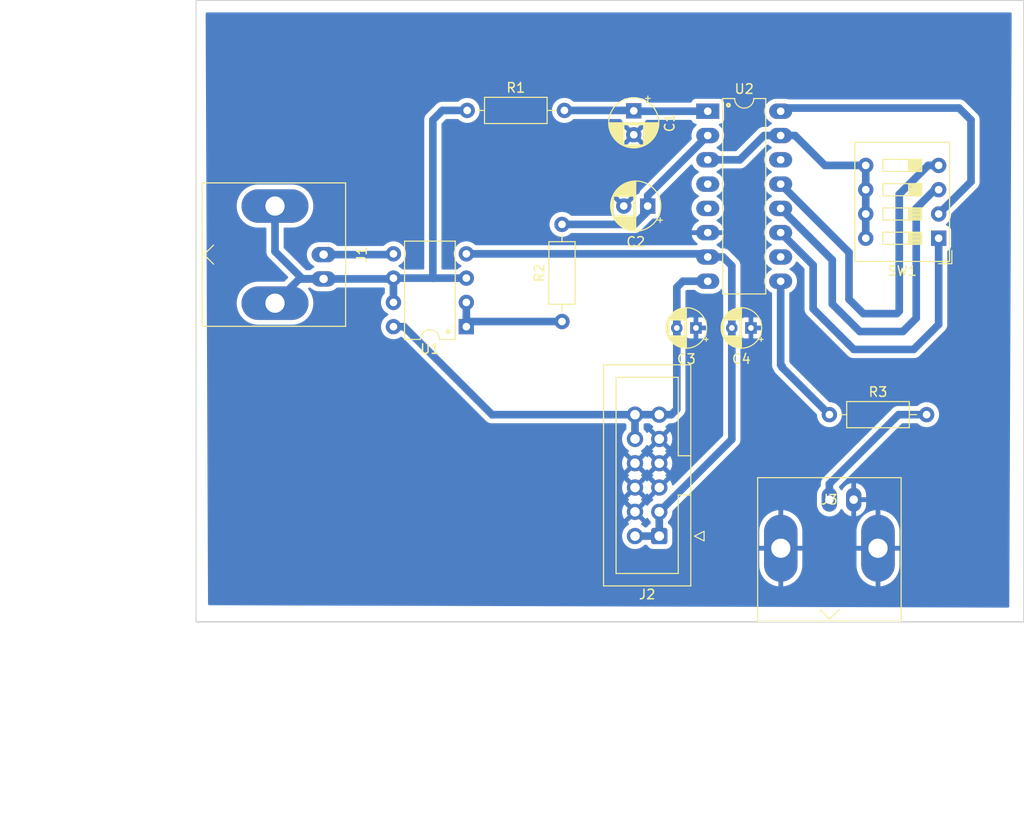
<source format=kicad_pcb>
(kicad_pcb (version 20221018) (generator pcbnew)
  (layers (0 "F.Cu" jumper) (31 "B.Cu" signal) (34 "B.Paste" user) (35 "F.Paste" user) (36 "B.SilkS" user "B.Silkscreen") (37 "F.SilkS" user "F.Silkscreen") (38 "B.Mask" user) (39 "F.Mask" user) (44 "Edge.Cuts" user))
  (net 0 "")
  (net 1 "Net-(U2--)")
  (net 2 "Earth")
  (net 3 "Net-(U2-+)")
  (net 4 "VCC")
  (net 5 "VDD")
  (net 6 "Net-(J1-In)")
  (net 7 "Net-(J1-Ext)")
  (net 8 "Net-(J3-In)")
  (net 9 "Net-(U1A--)")
  (net 10 "Net-(R3-Pad1)")
  (net 13 "Net-(U2-RG)")
  (net 14 "Net-(U2-G=500)")
  (net 15 "Net-(U2-G=100)")
  (net 16 "Net-(U2-G=10)")
  (net 17 "Net-(U2-G=200)")
  (footprint "Resistor_THT:R_Axial_DIN0207_L6.3mm_D2.5mm_P10.16mm_Horizontal" (layer "F.Cu") (at 101.84 52)
    (fp_text reference "R1" (at 5.08 -2.37) (layer "F.SilkS"))
    (fp_text value "R")
    (pad "1" thru_hole circle (at 0 0) (size 1.6 1.6) (drill 0.8) (layers "*.Cu" "*.Mask") (net 7 "Net-(J1-Ext)"))
    (pad "2" thru_hole oval (at 10.16 0) (size 1.6 1.6) (drill 0.8) (layers "*.Cu" "*.Mask") (net 1 "Net-(U2--)"))
  )
  (footprint "Connector_Coaxial:BNC_Amphenol_B6252HB-NPP3G-50_Horizontal" (layer "F.Cu") (at 139.7 92.71 180)
    (fp_text reference "J3" (at 0 0) (layer "F.SilkS"))
    (fp_text value "Conn_Coaxial")
    (pad "1" thru_hole oval (at 0 0 180) (size 1.6 2.5) (drill 0.89) (layers "*.Cu" "*.Mask") (net 8 "Net-(J3-In)"))
    (pad "2" thru_hole oval (at -5.08 -5.08 180) (size 3.5 7) (drill 2.01) (layers "*.Cu" "*.Mask") (net 2 "Earth"))
    (pad "2" thru_hole oval (at -2.54 0 180) (size 1.6 2.5) (drill 0.89) (layers "*.Cu" "*.Mask") (net 2 "Earth"))
    (pad "2" thru_hole oval (at 5.08 -5.08 180) (size 3.5 7) (drill 2.01) (layers "*.Cu" "*.Mask") (net 2 "Earth"))
  )
  (footprint "Connector_IDC:IDC-Header_2x06_P2.54mm_Vertical" (layer "F.Cu") (at 121.92 96.52 180)
    (fp_text reference "J2" (at 1.27 -6.1) (layer "F.SilkS"))
    (fp_text value "Conn_02x06_Counter_Clockwise" hide)
    (pad "1" thru_hole roundrect (at 0 0 180) (size 1.7 1.7) (drill 1) (layers "*.Cu" "*.Mask") (roundrect_rratio 0.1470588235) (net 5 "VDD"))
    (pad "2" thru_hole circle (at 2.54 0 180) (size 1.7 1.7) (drill 1) (layers "*.Cu" "*.Mask") (net 5 "VDD"))
    (pad "3" thru_hole circle (at 0 2.54 180) (size 1.7 1.7) (drill 1) (layers "*.Cu" "*.Mask") (net 5 "VDD"))
    (pad "4" thru_hole circle (at 2.54 2.54 180) (size 1.7 1.7) (drill 1) (layers "*.Cu" "*.Mask") (net 2 "Earth"))
    (pad "5" thru_hole circle (at 0 5.08 180) (size 1.7 1.7) (drill 1) (layers "*.Cu" "*.Mask") (net 2 "Earth"))
    (pad "6" thru_hole circle (at 2.54 5.08 180) (size 1.7 1.7) (drill 1) (layers "*.Cu" "*.Mask") (net 2 "Earth"))
    (pad "7" thru_hole circle (at 0 7.62 180) (size 1.7 1.7) (drill 1) (layers "*.Cu" "*.Mask") (net 2 "Earth"))
    (pad "8" thru_hole circle (at 2.54 7.62 180) (size 1.7 1.7) (drill 1) (layers "*.Cu" "*.Mask") (net 2 "Earth"))
    (pad "9" thru_hole circle (at 0 10.16 180) (size 1.7 1.7) (drill 1) (layers "*.Cu" "*.Mask") (net 2 "Earth"))
    (pad "10" thru_hole circle (at 2.54 10.16 180) (size 1.7 1.7) (drill 1) (layers "*.Cu" "*.Mask") (net 4 "VCC"))
    (pad "11" thru_hole circle (at 0 12.7 180) (size 1.7 1.7) (drill 1) (layers "*.Cu" "*.Mask") (net 4 "VCC"))
    (pad "12" thru_hole circle (at 2.54 12.7 180) (size 1.7 1.7) (drill 1) (layers "*.Cu" "*.Mask") (net 4 "VCC"))
  )
  (footprint "Capacitor_THT:CP_Radial_D4.0mm_P2.00mm" (layer "F.Cu") (at 125.75 74.75 180)
    (fp_text reference "C3" (at 1 -3.25) (layer "F.SilkS"))
    (fp_text value "C")
    (pad "1" thru_hole rect (at 0 0 180) (size 1.2 1.2) (drill 0.6) (layers "*.Cu" "*.Mask") (net 2 "Earth"))
    (pad "2" thru_hole circle (at 2 0 180) (size 1.2 1.2) (drill 0.6) (layers "*.Cu" "*.Mask") (net 4 "VCC"))
  )
  (footprint "Capacitor_THT:CP_Radial_D5.0mm_P2.50mm" (layer "F.Cu") (at 119.25 52.0449 -90)
    (fp_text reference "C1" (at 1.25 -3.75 90) (layer "F.SilkS"))
    (fp_text value "C")
    (pad "1" thru_hole rect (at 0 0 270) (size 1.6 1.6) (drill 0.8) (layers "*.Cu" "*.Mask") (net 1 "Net-(U2--)"))
    (pad "2" thru_hole circle (at 2.5 0 270) (size 1.6 1.6) (drill 0.8) (layers "*.Cu" "*.Mask") (net 2 "Earth"))
  )
  (footprint "Resistor_THT:R_Axial_DIN0207_L6.3mm_D2.5mm_P10.16mm_Horizontal" (layer "F.Cu") (at 139.7 83.82)
    (fp_text reference "R3" (at 5.08 -2.37) (layer "F.SilkS"))
    (fp_text value "R")
    (pad "1" thru_hole circle (at 0 0) (size 1.6 1.6) (drill 0.8) (layers "*.Cu" "*.Mask") (net 10 "Net-(R3-Pad1)"))
    (pad "2" thru_hole oval (at 10.16 0) (size 1.6 1.6) (drill 0.8) (layers "*.Cu" "*.Mask") (net 8 "Net-(J3-In)"))
  )
  (footprint "Connector_Coaxial:BNC_Amphenol_B6252HB-NPP3G-50_Horizontal" (layer "F.Cu") (at 86.83 67.08 90)
    (fp_text reference "J1" (at 0 4 90) (layer "F.SilkS"))
    (fp_text value "Conn_Coaxial")
    (pad "1" thru_hole oval (at 0 0 90) (size 1.6 2.5) (drill 0.89) (layers "*.Cu" "*.Mask") (net 6 "Net-(J1-In)"))
    (pad "2" thru_hole oval (at -5.08 -5.08 90) (size 3.5 7) (drill 2.01) (layers "*.Cu" "*.Mask") (net 7 "Net-(J1-Ext)"))
    (pad "2" thru_hole oval (at -2.54 0 90) (size 1.6 2.5) (drill 0.89) (layers "*.Cu" "*.Mask") (net 7 "Net-(J1-Ext)"))
    (pad "2" thru_hole oval (at 5.08 -5.08 90) (size 3.5 7) (drill 2.01) (layers "*.Cu" "*.Mask") (net 7 "Net-(J1-Ext)"))
  )
  (footprint "Capacitor_THT:CP_Radial_D4.0mm_P2.00mm" (layer "F.Cu") (at 131.5 74.75 180)
    (fp_text reference "C4" (at 1 -3.25) (layer "F.SilkS"))
    (fp_text value "C")
    (pad "1" thru_hole rect (at 0 0 180) (size 1.2 1.2) (drill 0.6) (layers "*.Cu" "*.Mask") (net 2 "Earth"))
    (pad "2" thru_hole circle (at 2 0 180) (size 1.2 1.2) (drill 0.6) (layers "*.Cu" "*.Mask") (net 5 "VDD"))
  )
  (footprint "Package_DIP_AKL:DIP-16_W7.62mm_LongPads" (layer "F.Cu") (at 126.985 52.085)
    (fp_text reference "U2" (at 3.81 -2.33) (layer "F.SilkS"))
    (fp_text value "INA110KP" hide)
    (pad "1" thru_hole rect (at 0 0) (size 2.4 1.6) (drill 0.8) (layers "*.Cu" "*.Mask") (net 1 "Net-(U2--)"))
    (pad "2" thru_hole oval (at 0 2.54) (size 2.4 1.6) (drill 0.8) (layers "*.Cu" "*.Mask") (net 3 "Net-(U2-+)"))
    (pad "3" thru_hole oval (at 0 5.08) (size 2.4 1.6) (drill 0.8) (layers "*.Cu" "*.Mask") (net 13 "Net-(U2-RG)"))
    (pad "4" thru_hole oval (at 0 7.62) (size 2.4 1.6) (drill 0.8) (layers "*.Cu" "*.Mask"))
    (pad "5" thru_hole oval (at 0 10.16) (size 2.4 1.6) (drill 0.8) (layers "*.Cu" "*.Mask"))
    (pad "6" thru_hole oval (at 0 12.7) (size 2.4 1.6) (drill 0.8) (layers "*.Cu" "*.Mask") (net 2 "Earth"))
    (pad "7" thru_hole oval (at 0 15.24) (size 2.4 1.6) (drill 0.8) (layers "*.Cu" "*.Mask") (net 5 "VDD"))
    (pad "8" thru_hole oval (at 0 17.78) (size 2.4 1.6) (drill 0.8) (layers "*.Cu" "*.Mask") (net 4 "VCC"))
    (pad "9" thru_hole oval (at 7.62 17.78) (size 2.4 1.6) (drill 0.8) (layers "*.Cu" "*.Mask") (net 10 "Net-(R3-Pad1)"))
    (pad "10" thru_hole oval (at 7.62 15.24) (size 2.4 1.6) (drill 0.8) (layers "*.Cu" "*.Mask"))
    (pad "11" thru_hole oval (at 7.62 12.7) (size 2.4 1.6) (drill 0.8) (layers "*.Cu" "*.Mask") (net 14 "Net-(U2-G=500)"))
    (pad "12" thru_hole oval (at 7.62 10.16) (size 2.4 1.6) (drill 0.8) (layers "*.Cu" "*.Mask") (net 15 "Net-(U2-G=100)"))
    (pad "13" thru_hole oval (at 7.62 7.62) (size 2.4 1.6) (drill 0.8) (layers "*.Cu" "*.Mask") (net 16 "Net-(U2-G=10)"))
    (pad "14" thru_hole oval (at 7.62 5.08) (size 2.4 1.6) (drill 0.8) (layers "*.Cu" "*.Mask"))
    (pad "15" thru_hole oval (at 7.62 2.54) (size 2.4 1.6) (drill 0.8) (layers "*.Cu" "*.Mask") (net 13 "Net-(U2-RG)"))
    (pad "16" thru_hole oval (at 7.62 0) (size 2.4 1.6) (drill 0.8) (layers "*.Cu" "*.Mask") (net 17 "Net-(U2-G=200)"))
  )
  (footprint "Capacitor_THT:CP_Radial_D5.0mm_P2.50mm" (layer "F.Cu") (at 120.705113 62 180)
    (fp_text reference "C2" (at 1.25 -3.75) (layer "F.SilkS"))
    (fp_text value "C")
    (pad "1" thru_hole rect (at 0 0 180) (size 1.6 1.6) (drill 0.8) (layers "*.Cu" "*.Mask") (net 3 "Net-(U2-+)"))
    (pad "2" thru_hole circle (at 2.5 0 180) (size 1.6 1.6) (drill 0.8) (layers "*.Cu" "*.Mask") (net 2 "Earth"))
  )
  (footprint "Package_DIP_AKL:DIP-8_W7.62mm" (layer "F.Cu") (at 101.75 74.62 180)
    (fp_text reference "U1" (at 3.81 -2.33) (layer "F.SilkS"))
    (fp_text value "TL072" hide)
    (pad "1" thru_hole rect (at 0 0 180) (size 1.6 1.6) (drill 0.8) (layers "*.Cu" "*.Mask") (net 9 "Net-(U1A--)"))
    (pad "2" thru_hole oval (at 0 2.54 180) (size 1.6 1.6) (drill 0.8) (layers "*.Cu" "*.Mask") (net 9 "Net-(U1A--)"))
    (pad "3" thru_hole oval (at 0 5.08 180) (size 1.6 1.6) (drill 0.8) (layers "*.Cu" "*.Mask") (net 7 "Net-(J1-Ext)"))
    (pad "4" thru_hole oval (at 0 7.62 180) (size 1.6 1.6) (drill 0.8) (layers "*.Cu" "*.Mask") (net 5 "VDD"))
    (pad "5" thru_hole oval (at 7.62 7.62 180) (size 1.6 1.6) (drill 0.8) (layers "*.Cu" "*.Mask") (net 6 "Net-(J1-In)"))
    (pad "6" thru_hole oval (at 7.62 5.08 180) (size 1.6 1.6) (drill 0.8) (layers "*.Cu" "*.Mask") (net 7 "Net-(J1-Ext)"))
    (pad "7" thru_hole oval (at 7.62 2.54 180) (size 1.6 1.6) (drill 0.8) (layers "*.Cu" "*.Mask") (net 7 "Net-(J1-Ext)"))
    (pad "8" thru_hole oval (at 7.62 0 180) (size 1.6 1.6) (drill 0.8) (layers "*.Cu" "*.Mask") (net 4 "VCC"))
  )
  (footprint "Button_Switch_THT:SW_DIP_SPSTx04_Slide_9.78x12.34mm_W7.62mm_P2.54mm" (layer "F.Cu") (at 151.12 65.37 180)
    (fp_text reference "SW1" (at 3.81 -3.42) (layer "F.SilkS"))
    (fp_text value "SW_DIP_x04")
    (pad "1" thru_hole rect (at 0 0 180) (size 1.6 1.6) (drill 0.8) (layers "*.Cu" "*.Mask") (net 14 "Net-(U2-G=500)"))
    (pad "2" thru_hole oval (at 0 2.54 180) (size 1.6 1.6) (drill 0.8) (layers "*.Cu" "*.Mask") (net 17 "Net-(U2-G=200)"))
    (pad "3" thru_hole oval (at 0 5.08 180) (size 1.6 1.6) (drill 0.8) (layers "*.Cu" "*.Mask") (net 15 "Net-(U2-G=100)"))
    (pad "4" thru_hole oval (at 0 7.62 180) (size 1.6 1.6) (drill 0.8) (layers "*.Cu" "*.Mask") (net 16 "Net-(U2-G=10)"))
    (pad "5" thru_hole oval (at 7.62 7.62 180) (size 1.6 1.6) (drill 0.8) (layers "*.Cu" "*.Mask") (net 13 "Net-(U2-RG)"))
    (pad "6" thru_hole oval (at 7.62 5.08 180) (size 1.6 1.6) (drill 0.8) (layers "*.Cu" "*.Mask") (net 13 "Net-(U2-RG)"))
    (pad "7" thru_hole oval (at 7.62 2.54 180) (size 1.6 1.6) (drill 0.8) (layers "*.Cu" "*.Mask") (net 13 "Net-(U2-RG)"))
    (pad "8" thru_hole oval (at 7.62 0 180) (size 1.6 1.6) (drill 0.8) (layers "*.Cu" "*.Mask") (net 13 "Net-(U2-RG)"))
  )
  (footprint "Resistor_THT:R_Axial_DIN0207_L6.3mm_D2.5mm_P10.16mm_Horizontal" (layer "F.Cu") (at 111.75 74.08 90)
    (fp_text reference "R2" (at 5.08 -2.37 90) (layer "F.SilkS"))
    (fp_text value "R")
    (pad "1" thru_hole circle (at 0 0 90) (size 1.6 1.6) (drill 0.8) (layers "*.Cu" "*.Mask") (net 9 "Net-(U1A--)"))
    (pad "2" thru_hole oval (at 10.16 0 90) (size 1.6 1.6) (drill 0.8) (layers "*.Cu" "*.Mask") (net 3 "Net-(U2-+)"))
  )
  (gr_rect (start 73.5 105.4746) (end 160 105.5) (stroke (width 0.1)) (fill none) (layer "Edge.Cuts"))
  (gr_rect (start 73.5 40.5) (end 160 105.5) (stroke (width 0.1)) (fill none) (layer "Edge.Cuts"))
  (segment (start 112 52) (end 119.2051 52) (width 0.8) (layer "B.Cu") (net 1))
  (segment (start 119.2051 52) (end 119.25 52.0449) (width 0.8) (layer "B.Cu") (net 1))
  (segment (start 119.2901 52.085) (end 119.25 52.0449) (width 0.8) (layer "B.Cu") (net 1))
  (segment (start 126.985 52.085) (end 119.2901 52.085) (width 0.8) (layer "B.Cu") (net 1))
  (segment (start 126.985 54.625) (end 120.705113 60.904887) (width 0.8) (layer "B.Cu") (net 3))
  (segment (start 119.33 63.92) (end 120.705113 62.544887) (width 0.8) (layer "B.Cu") (net 3))
  (segment (start 120.705113 62.544887) (end 120.705113 62) (width 0.8) (layer "B.Cu") (net 3))
  (segment (start 111.75 63.92) (end 119.33 63.92) (width 0.8) (layer "B.Cu") (net 3))
  (segment (start 120.705113 60.904887) (end 120.705113 62) (width 0.8) (layer "B.Cu") (net 3))
  (segment (start 126.985 69.865) (end 124.385 69.865) (width 0.8) (layer "B.Cu") (net 4))
  (segment (start 119.38 83.82) (end 121.92 83.82) (width 0.8) (layer "B.Cu") (net 4))
  (segment (start 119.38 83.82) (end 119.38 86.36) (width 0.8) (layer "B.Cu") (net 4))
  (segment (start 123.18 83.82) (end 123.75 83.25) (width 0.8) (layer "B.Cu") (net 4))
  (segment (start 123.75 83.25) (end 123.75 74.75) (width 0.8) (layer "B.Cu") (net 4))
  (segment (start 123.75 70.5) (end 123.75 74.75) (width 0.8) (layer "B.Cu") (net 4))
  (segment (start 95.2319 74.62) (end 104.4319 83.82) (width 0.8) (layer "B.Cu") (net 4))
  (segment (start 124.385 69.865) (end 123.75 70.5) (width 0.8) (layer "B.Cu") (net 4))
  (segment (start 104.4319 83.82) (end 119.38 83.82) (width 0.8) (layer "B.Cu") (net 4))
  (segment (start 121.92 83.82) (end 123.18 83.82) (width 0.8) (layer "B.Cu") (net 4))
  (segment (start 94.13 74.62) (end 95.2319 74.62) (width 0.8) (layer "B.Cu") (net 4))
  (segment (start 128.575 67.325) (end 129.5 68.25) (width 0.8) (layer "B.Cu") (net 5))
  (segment (start 126.66 67) (end 101.75 67) (width 0.8) (layer "B.Cu") (net 5))
  (segment (start 129.5 68.25) (end 129.5 74.75) (width 0.8) (layer "B.Cu") (net 5))
  (segment (start 129.5 86.4) (end 121.92 93.98) (width 0.8) (layer "B.Cu") (net 5))
  (segment (start 129.5 74.75) (end 129.5 86.4) (width 0.8) (layer "B.Cu") (net 5))
  (segment (start 119.38 96.52) (end 121.92 96.52) (width 0.8) (layer "B.Cu") (net 5))
  (segment (start 126.985 67.325) (end 126.66 67) (width 0.8) (layer "B.Cu") (net 5))
  (segment (start 126.985 67.325) (end 128.575 67.325) (width 0.8) (layer "B.Cu") (net 5))
  (segment (start 121.92 93.98) (end 121.92 96.52) (width 0.8) (layer "B.Cu") (net 5))
  (segment (start 94.05 67.08) (end 94.13 67) (width 0.8) (layer "B.Cu") (net 6))
  (segment (start 86.83 67.08) (end 94.05 67.08) (width 0.8) (layer "B.Cu") (net 6))
  (segment (start 81.75 66.75) (end 81.75 62) (width 0.8) (layer "B.Cu") (net 7))
  (segment (start 99.25 52) (end 98.25 53) (width 0.8) (layer "B.Cu") (net 7))
  (segment (start 101.84 52) (end 99.25 52) (width 0.8) (layer "B.Cu") (net 7))
  (segment (start 94.13 69.54) (end 98.25 69.54) (width 0.8) (layer "B.Cu") (net 7))
  (segment (start 84.62 69.62) (end 81.75 66.75) (width 0.8) (layer "B.Cu") (net 7))
  (segment (start 98.25 69.54) (end 101.75 69.54) (width 0.8) (layer "B.Cu") (net 7))
  (segment (start 98.25 53) (end 98.25 69.54) (width 0.8) (layer "B.Cu") (net 7))
  (segment (start 94.13 72.08) (end 94.13 69.54) (width 0.8) (layer "B.Cu") (net 7))
  (segment (start 84.29 69.62) (end 86.83 69.62) (width 0.8) (layer "B.Cu") (net 7))
  (segment (start 86.83 69.62) (end 84.62 69.62) (width 0.8) (layer "B.Cu") (net 7))
  (segment (start 94.05 69.62) (end 94.13 69.54) (width 0.8) (layer "B.Cu") (net 7))
  (segment (start 86.83 69.62) (end 94.05 69.62) (width 0.8) (layer "B.Cu") (net 7))
  (segment (start 81.75 72.16) (end 84.29 69.62) (width 0.8) (layer "B.Cu") (net 7))
  (segment (start 146.93 83.82) (end 149.86 83.82) (width 0.8) (layer "B.Cu") (net 8))
  (segment (start 139.7 91.05) (end 146.93 83.82) (width 0.8) (layer "B.Cu") (net 8))
  (segment (start 139.7 92.71) (end 139.7 91.05) (width 0.8) (layer "B.Cu") (net 8))
  (segment (start 101.75 74.08) (end 111.75 74.08) (width 0.8) (layer "B.Cu") (net 9))
  (segment (start 101.75 74.08) (end 101.75 74.62) (width 0.8) (layer "B.Cu") (net 9))
  (segment (start 101.75 72.08) (end 101.75 74.08) (width 0.8) (layer "B.Cu") (net 9))
  (segment (start 134.75 78.87) (end 134.75 78.75) (width 0.8) (layer "B.Cu") (net 10))
  (segment (start 139.7 83.82) (end 134.75 78.87) (width 0.8) (layer "B.Cu") (net 10))
  (segment (start 134.605 78.605) (end 134.605 69.865) (width 0.8) (layer "B.Cu") (net 10))
  (segment (start 134.75 78.75) (end 134.605 78.605) (width 0.8) (layer "B.Cu") (net 10))
  (segment (start 134.605 54.625) (end 132.875 54.625) (width 0.8) (layer "B.Cu") (net 13))
  (segment (start 132.875 54.625) (end 130.335 57.165) (width 0.8) (layer "B.Cu") (net 13))
  (segment (start 143.5 65.37) (end 143.5 62.83) (width 0.8) (layer "B.Cu") (net 13))
  (segment (start 143.5 62.83) (end 143.5 60.29) (width 0.8) (layer "B.Cu") (net 13))
  (segment (start 134.605 54.625) (end 136.1069 54.625) (width 0.8) (layer "B.Cu") (net 13))
  (segment (start 130.335 57.165) (end 126.985 57.165) (width 0.8) (layer "B.Cu") (net 13))
  (segment (start 139.2319 57.75) (end 136.1069 54.625) (width 0.8) (layer "B.Cu") (net 13))
  (segment (start 143.5 57.75) (end 139.2319 57.75) (width 0.8) (layer "B.Cu") (net 13))
  (segment (start 143.5 60.29) (end 143.5 57.75) (width 0.8) (layer "B.Cu") (net 13))
  (segment (start 138 68.18) (end 134.605 64.785) (width 0.8) (layer "B.Cu") (net 14))
  (segment (start 148.5 77) (end 142.25 77) (width 0.8) (layer "B.Cu") (net 14))
  (segment (start 138 72.75) (end 138 68.18) (width 0.8) (layer "B.Cu") (net 14))
  (segment (start 142.25 77) (end 138 72.75) (width 0.8) (layer "B.Cu") (net 14))
  (segment (start 151.12 65.37) (end 151.12 74.38) (width 0.8) (layer "B.Cu") (net 14))
  (segment (start 151.12 74.38) (end 148.5 77) (width 0.8) (layer "B.Cu") (net 14))
  (segment (start 140 67.64) (end 134.605 62.245) (width 0.8) (layer "B.Cu") (net 15))
  (segment (start 140 72.25) (end 140 67.64) (width 0.8) (layer "B.Cu") (net 15))
  (segment (start 148.7769 62.2231) (end 148.7769 73.7231) (width 0.8) (layer "B.Cu") (net 15))
  (segment (start 151.12 60.29) (end 150.71 60.29) (width 0.8) (layer "B.Cu") (net 15))
  (segment (start 147.375 75.125) (end 142.875 75.125) (width 0.8) (layer "B.Cu") (net 15))
  (segment (start 148.7769 73.7231) (end 147.375 75.125) (width 0.8) (layer "B.Cu") (net 15))
  (segment (start 142.875 75.125) (end 140 72.25) (width 0.8) (layer "B.Cu") (net 15))
  (segment (start 150.71 60.29) (end 148.7769 62.2231) (width 0.8) (layer "B.Cu") (net 15))
  (segment (start 143.25 73.25) (end 141.75 71.75) (width 0.8) (layer "B.Cu") (net 16))
  (segment (start 150.0181 57.75) (end 147 60.7681) (width 0.8) (layer "B.Cu") (net 16))
  (segment (start 141.75 71.75) (end 141.75 66.85) (width 0.8) (layer "B.Cu") (net 16))
  (segment (start 146.75 73.25) (end 143.25 73.25) (width 0.8) (layer "B.Cu") (net 16))
  (segment (start 147 73) (end 146.75 73.25) (width 0.8) (layer "B.Cu") (net 16))
  (segment (start 151.12 57.75) (end 150.0181 57.75) (width 0.8) (layer "B.Cu") (net 16))
  (segment (start 141.75 66.85) (end 134.605 59.705) (width 0.8) (layer "B.Cu") (net 16))
  (segment (start 147 60.7681) (end 147 73) (width 0.8) (layer "B.Cu") (net 16))
  (segment (start 154.5 53) (end 153.25 51.75) (width 0.8) (layer "B.Cu") (net 17))
  (segment (start 151.12 62.83) (end 154.5 59.45) (width 0.8) (layer "B.Cu") (net 17))
  (segment (start 134.94 51.75) (end 134.605 52.085) (width 0.8) (layer "B.Cu") (net 17))
  (segment (start 153.25 51.75) (end 134.94 51.75) (width 0.8) (layer "B.Cu") (net 17))
  (segment (start 154.5 59.45) (end 154.5 53) (width 0.8) (layer "B.Cu") (net 17))
  (zone (net 2) (net_name "Earth") (layer "B.Cu") (connect_pads (clearance 0.5)) (min_thickness 0.25) (fill yes (thermal_gap 0.5) (thermal_bridge_width 0.5))
    (polygon (pts (xy 74.5 41.75) (xy 158.75 41.75) (xy 158.5 104) (xy 74.75 103.75)))
  )
)
</source>
